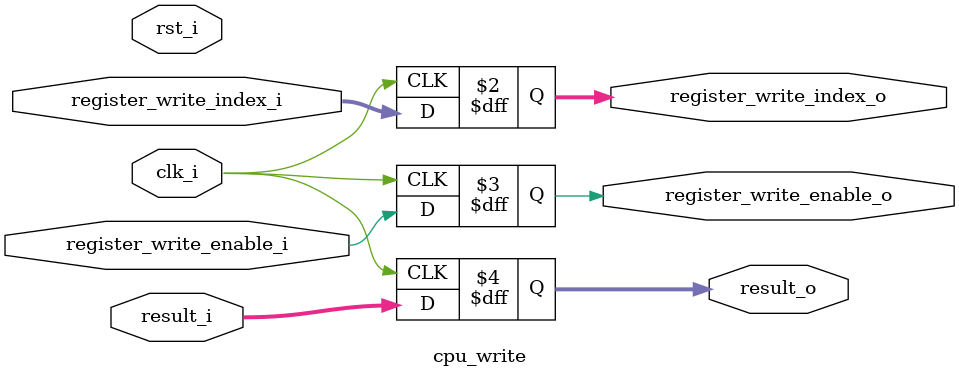
<source format=v>

module cpu_write (/*AUTOARG*/
  // Outputs
  register_write_index_o, register_write_enable_o, result_o,
  // Inputs
  rst_i, clk_i, register_write_index_i, register_write_enable_i,
  result_i
  );
  
  // --- Clock and Reset ------------------------------------------
  input  rst_i, clk_i;
  
  input [3:0] register_write_index_i;
  input [0:0] register_write_enable_i;
  input [31:0] result_i;

  output [3:0] register_write_index_o;
  output [0:0] register_write_enable_o;
  output [31:0] result_o;
  
  reg [3:0] register_write_index_o;
  reg [0:0] register_write_enable_o;
  reg [31:0] result_o;

  always @ (posedge clk_i) begin
    register_write_enable_o <= register_write_enable_i;
    register_write_index_o <= register_write_index_i;
    result_o <= result_i;
  end
  
endmodule // cpu_write

</source>
